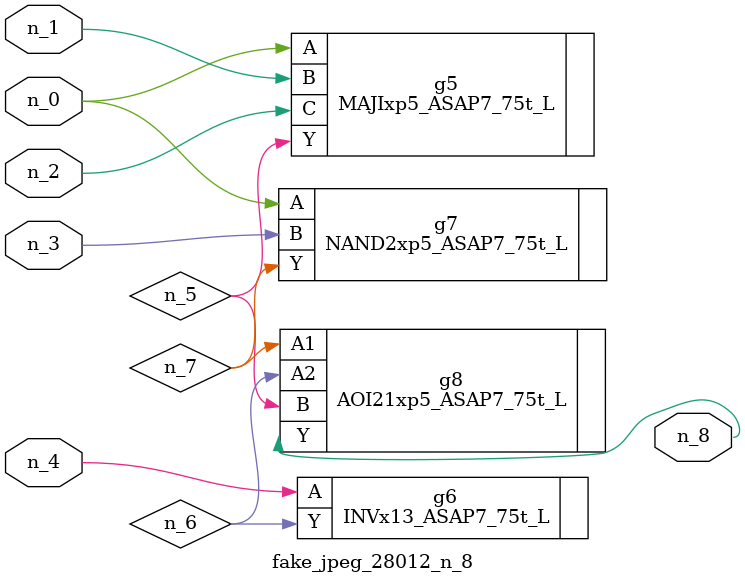
<source format=v>
module fake_jpeg_28012_n_8 (n_3, n_2, n_1, n_0, n_4, n_8);

input n_3;
input n_2;
input n_1;
input n_0;
input n_4;

output n_8;

wire n_6;
wire n_5;
wire n_7;

MAJIxp5_ASAP7_75t_L g5 ( 
.A(n_0),
.B(n_1),
.C(n_2),
.Y(n_5)
);

INVx13_ASAP7_75t_L g6 ( 
.A(n_4),
.Y(n_6)
);

NAND2xp5_ASAP7_75t_L g7 ( 
.A(n_0),
.B(n_3),
.Y(n_7)
);

AOI21xp5_ASAP7_75t_L g8 ( 
.A1(n_7),
.A2(n_6),
.B(n_5),
.Y(n_8)
);


endmodule
</source>
